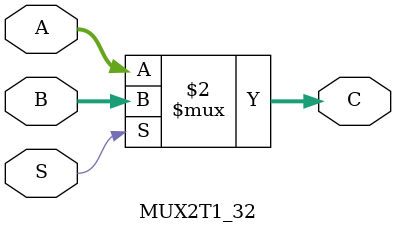
<source format=v>
`timescale 1ns / 1ps
module MUX2T1_32(
	input [31:0]A,
	input [31:0]B,
	input S,
	output [31:0]C
    );
assign C=(S==0)?A:B;

endmodule

</source>
